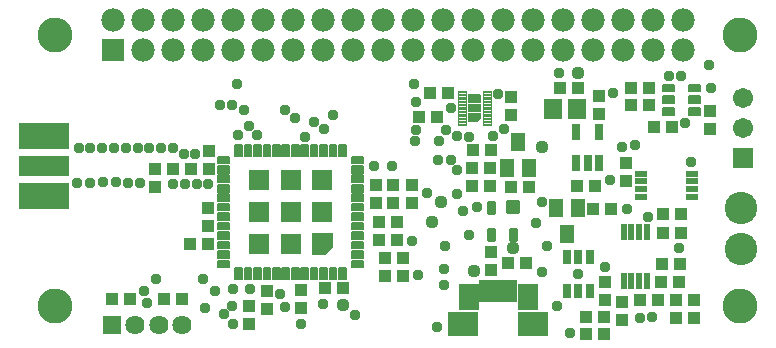
<source format=gbr>
G04 EAGLE Gerber X2 export*
%TF.Part,Single*%
%TF.FileFunction,Soldermask,Top,1*%
%TF.FilePolarity,Negative*%
%TF.GenerationSoftware,Autodesk,EAGLE,8.7.0*%
%TF.CreationDate,2018-05-30T02:05:41Z*%
G75*
%MOMM*%
%FSLAX34Y34*%
%LPD*%
%AMOC8*
5,1,8,0,0,1.08239X$1,22.5*%
G01*
%ADD10C,0.140637*%
%ADD11R,1.800000X1.800000*%
%ADD12R,1.003200X1.003200*%
%ADD13R,1.981200X1.981200*%
%ADD14C,1.981200*%
%ADD15C,2.953200*%
%ADD16R,4.267200X2.235200*%
%ADD17R,4.267200X1.727200*%
%ADD18R,1.503200X1.703200*%
%ADD19R,0.753200X1.403200*%
%ADD20R,1.625600X1.625600*%
%ADD21C,1.625600*%
%ADD22R,0.653200X1.903200*%
%ADD23R,1.678200X2.303200*%
%ADD24R,2.578200X2.103200*%
%ADD25R,1.203200X1.603200*%
%ADD26R,0.753200X1.303200*%
%ADD27R,0.603200X1.403200*%
%ADD28C,2.743200*%
%ADD29R,1.102200X0.623200*%
%ADD30C,0.225959*%
%ADD31C,0.360959*%
%ADD32C,0.120638*%
%ADD33R,1.711200X1.711200*%
%ADD34C,1.711200*%
%ADD35C,0.959600*%
%ADD36C,1.109600*%

G36*
X264342Y78773D02*
X264342Y78773D01*
X264384Y78771D01*
X264451Y78793D01*
X264521Y78805D01*
X264557Y78827D01*
X264598Y78840D01*
X264671Y78894D01*
X264714Y78920D01*
X264727Y78936D01*
X264748Y78952D01*
X270248Y84452D01*
X270273Y84486D01*
X270304Y84515D01*
X270336Y84578D01*
X270377Y84636D01*
X270387Y84677D01*
X270407Y84715D01*
X270420Y84804D01*
X270433Y84853D01*
X270430Y84874D01*
X270434Y84900D01*
X270434Y96400D01*
X270423Y96465D01*
X270421Y96531D01*
X270403Y96574D01*
X270395Y96621D01*
X270361Y96678D01*
X270336Y96738D01*
X270305Y96773D01*
X270280Y96814D01*
X270229Y96856D01*
X270185Y96904D01*
X270143Y96926D01*
X270106Y96955D01*
X270044Y96976D01*
X269985Y97007D01*
X269931Y97015D01*
X269894Y97027D01*
X269854Y97026D01*
X269800Y97034D01*
X252800Y97034D01*
X252735Y97023D01*
X252669Y97021D01*
X252626Y97003D01*
X252579Y96995D01*
X252522Y96961D01*
X252462Y96936D01*
X252427Y96905D01*
X252386Y96880D01*
X252345Y96829D01*
X252296Y96785D01*
X252274Y96743D01*
X252245Y96706D01*
X252224Y96644D01*
X252193Y96585D01*
X252185Y96531D01*
X252173Y96494D01*
X252174Y96454D01*
X252166Y96400D01*
X252166Y79400D01*
X252177Y79335D01*
X252179Y79269D01*
X252197Y79226D01*
X252205Y79179D01*
X252239Y79122D01*
X252264Y79062D01*
X252295Y79027D01*
X252320Y78986D01*
X252371Y78945D01*
X252415Y78896D01*
X252457Y78874D01*
X252494Y78845D01*
X252556Y78824D01*
X252615Y78793D01*
X252669Y78785D01*
X252706Y78773D01*
X252746Y78774D01*
X252800Y78766D01*
X264300Y78766D01*
X264342Y78773D01*
G37*
G36*
X394808Y207402D02*
X394808Y207402D01*
X394817Y207401D01*
X394905Y207422D01*
X394995Y207440D01*
X395002Y207445D01*
X395010Y207447D01*
X395083Y207501D01*
X395159Y207553D01*
X395163Y207560D01*
X395170Y207565D01*
X395217Y207643D01*
X395266Y207720D01*
X395267Y207729D01*
X395272Y207736D01*
X395299Y207900D01*
X395299Y213900D01*
X395298Y213904D01*
X395299Y213908D01*
X395298Y213911D01*
X395299Y213917D01*
X395278Y214005D01*
X395260Y214095D01*
X395255Y214102D01*
X395253Y214110D01*
X395199Y214183D01*
X395147Y214259D01*
X395140Y214263D01*
X395135Y214270D01*
X395057Y214317D01*
X394980Y214366D01*
X394971Y214367D01*
X394964Y214372D01*
X394800Y214399D01*
X384800Y214399D01*
X384792Y214398D01*
X384783Y214399D01*
X384695Y214378D01*
X384605Y214360D01*
X384598Y214355D01*
X384590Y214353D01*
X384517Y214299D01*
X384441Y214247D01*
X384437Y214240D01*
X384430Y214235D01*
X384383Y214157D01*
X384334Y214080D01*
X384333Y214071D01*
X384328Y214064D01*
X384301Y213900D01*
X384301Y207900D01*
X384302Y207892D01*
X384301Y207883D01*
X384322Y207795D01*
X384340Y207705D01*
X384345Y207698D01*
X384347Y207690D01*
X384401Y207617D01*
X384453Y207541D01*
X384460Y207537D01*
X384465Y207530D01*
X384543Y207483D01*
X384620Y207434D01*
X384629Y207433D01*
X384636Y207428D01*
X384800Y207401D01*
X394800Y207401D01*
X394808Y207402D01*
G37*
G36*
X394808Y199402D02*
X394808Y199402D01*
X394817Y199401D01*
X394905Y199422D01*
X394995Y199440D01*
X395002Y199445D01*
X395010Y199447D01*
X395083Y199501D01*
X395159Y199553D01*
X395163Y199560D01*
X395170Y199565D01*
X395217Y199643D01*
X395266Y199720D01*
X395267Y199729D01*
X395272Y199736D01*
X395299Y199900D01*
X395299Y205900D01*
X395298Y205904D01*
X395299Y205908D01*
X395298Y205911D01*
X395299Y205917D01*
X395278Y206005D01*
X395260Y206095D01*
X395255Y206102D01*
X395253Y206110D01*
X395199Y206183D01*
X395147Y206259D01*
X395140Y206263D01*
X395135Y206270D01*
X395057Y206317D01*
X394980Y206366D01*
X394971Y206367D01*
X394964Y206372D01*
X394800Y206399D01*
X384800Y206399D01*
X384792Y206398D01*
X384783Y206399D01*
X384695Y206378D01*
X384605Y206360D01*
X384598Y206355D01*
X384590Y206353D01*
X384517Y206299D01*
X384441Y206247D01*
X384437Y206240D01*
X384430Y206235D01*
X384383Y206157D01*
X384334Y206080D01*
X384333Y206071D01*
X384328Y206064D01*
X384301Y205900D01*
X384301Y199900D01*
X384302Y199892D01*
X384301Y199883D01*
X384322Y199795D01*
X384340Y199705D01*
X384345Y199698D01*
X384347Y199690D01*
X384401Y199617D01*
X384453Y199541D01*
X384460Y199537D01*
X384465Y199530D01*
X384543Y199483D01*
X384620Y199434D01*
X384629Y199433D01*
X384636Y199428D01*
X384800Y199401D01*
X394800Y199401D01*
X394808Y199402D01*
G37*
G36*
X392812Y191403D02*
X392812Y191403D01*
X392825Y191401D01*
X392909Y191423D01*
X392995Y191440D01*
X393005Y191448D01*
X393017Y191451D01*
X393153Y191547D01*
X395153Y193547D01*
X395154Y193549D01*
X395156Y193550D01*
X395161Y193558D01*
X395170Y193565D01*
X395215Y193640D01*
X395263Y193713D01*
X395265Y193725D01*
X395272Y193736D01*
X395299Y193900D01*
X395299Y197900D01*
X395298Y197904D01*
X395299Y197908D01*
X395298Y197911D01*
X395299Y197917D01*
X395278Y198005D01*
X395260Y198095D01*
X395255Y198102D01*
X395253Y198110D01*
X395199Y198183D01*
X395147Y198259D01*
X395140Y198263D01*
X395135Y198270D01*
X395057Y198317D01*
X394980Y198366D01*
X394971Y198367D01*
X394964Y198372D01*
X394800Y198399D01*
X384800Y198399D01*
X384792Y198398D01*
X384783Y198399D01*
X384695Y198378D01*
X384605Y198360D01*
X384598Y198355D01*
X384590Y198353D01*
X384517Y198299D01*
X384441Y198247D01*
X384437Y198240D01*
X384430Y198235D01*
X384383Y198157D01*
X384334Y198080D01*
X384333Y198071D01*
X384328Y198064D01*
X384301Y197900D01*
X384301Y191900D01*
X384302Y191892D01*
X384301Y191883D01*
X384322Y191795D01*
X384340Y191705D01*
X384345Y191698D01*
X384347Y191690D01*
X384401Y191617D01*
X384453Y191541D01*
X384460Y191537D01*
X384465Y191530D01*
X384543Y191483D01*
X384620Y191434D01*
X384629Y191433D01*
X384636Y191428D01*
X384800Y191401D01*
X392800Y191401D01*
X392812Y191403D01*
G37*
D10*
X285987Y113713D02*
X295613Y113713D01*
X295613Y108087D01*
X285987Y108087D01*
X285987Y113713D01*
X285987Y109492D02*
X295613Y109492D01*
X295613Y110897D02*
X285987Y110897D01*
X285987Y112302D02*
X295613Y112302D01*
X295613Y113707D02*
X285987Y113707D01*
X285987Y105713D02*
X295613Y105713D01*
X295613Y100087D01*
X285987Y100087D01*
X285987Y105713D01*
X285987Y101492D02*
X295613Y101492D01*
X295613Y102897D02*
X285987Y102897D01*
X285987Y104302D02*
X295613Y104302D01*
X295613Y105707D02*
X285987Y105707D01*
X285987Y97713D02*
X295613Y97713D01*
X295613Y92087D01*
X285987Y92087D01*
X285987Y97713D01*
X285987Y93492D02*
X295613Y93492D01*
X295613Y94897D02*
X285987Y94897D01*
X285987Y96302D02*
X295613Y96302D01*
X295613Y97707D02*
X285987Y97707D01*
X285987Y89713D02*
X295613Y89713D01*
X295613Y84087D01*
X285987Y84087D01*
X285987Y89713D01*
X285987Y85492D02*
X295613Y85492D01*
X295613Y86897D02*
X285987Y86897D01*
X285987Y88302D02*
X295613Y88302D01*
X295613Y89707D02*
X285987Y89707D01*
X285987Y81713D02*
X295613Y81713D01*
X295613Y76087D01*
X285987Y76087D01*
X285987Y81713D01*
X285987Y77492D02*
X295613Y77492D01*
X295613Y78897D02*
X285987Y78897D01*
X285987Y80302D02*
X295613Y80302D01*
X295613Y81707D02*
X285987Y81707D01*
X285987Y73713D02*
X295613Y73713D01*
X295613Y68087D01*
X285987Y68087D01*
X285987Y73713D01*
X285987Y69492D02*
X295613Y69492D01*
X295613Y70897D02*
X285987Y70897D01*
X285987Y72302D02*
X295613Y72302D01*
X295613Y73707D02*
X285987Y73707D01*
X285987Y121713D02*
X295613Y121713D01*
X295613Y116087D01*
X285987Y116087D01*
X285987Y121713D01*
X285987Y117492D02*
X295613Y117492D01*
X295613Y118897D02*
X285987Y118897D01*
X285987Y120302D02*
X295613Y120302D01*
X295613Y121707D02*
X285987Y121707D01*
X285987Y129713D02*
X295613Y129713D01*
X295613Y124087D01*
X285987Y124087D01*
X285987Y129713D01*
X285987Y125492D02*
X295613Y125492D01*
X295613Y126897D02*
X285987Y126897D01*
X285987Y128302D02*
X295613Y128302D01*
X295613Y129707D02*
X285987Y129707D01*
X285987Y137713D02*
X295613Y137713D01*
X295613Y132087D01*
X285987Y132087D01*
X285987Y137713D01*
X285987Y133492D02*
X295613Y133492D01*
X295613Y134897D02*
X285987Y134897D01*
X285987Y136302D02*
X295613Y136302D01*
X295613Y137707D02*
X285987Y137707D01*
X285987Y145713D02*
X295613Y145713D01*
X295613Y140087D01*
X285987Y140087D01*
X285987Y145713D01*
X285987Y141492D02*
X295613Y141492D01*
X295613Y142897D02*
X285987Y142897D01*
X285987Y144302D02*
X295613Y144302D01*
X295613Y145707D02*
X285987Y145707D01*
X285987Y153713D02*
X295613Y153713D01*
X295613Y148087D01*
X285987Y148087D01*
X285987Y153713D01*
X285987Y149492D02*
X295613Y149492D01*
X295613Y150897D02*
X285987Y150897D01*
X285987Y152302D02*
X295613Y152302D01*
X295613Y153707D02*
X285987Y153707D01*
X285987Y161713D02*
X295613Y161713D01*
X295613Y156087D01*
X285987Y156087D01*
X285987Y161713D01*
X285987Y157492D02*
X295613Y157492D01*
X295613Y158897D02*
X285987Y158897D01*
X285987Y160302D02*
X295613Y160302D01*
X295613Y161707D02*
X285987Y161707D01*
X235487Y162087D02*
X235487Y171713D01*
X241113Y171713D01*
X241113Y162087D01*
X235487Y162087D01*
X235487Y163492D02*
X241113Y163492D01*
X241113Y164897D02*
X235487Y164897D01*
X235487Y166302D02*
X241113Y166302D01*
X241113Y167707D02*
X235487Y167707D01*
X235487Y169112D02*
X241113Y169112D01*
X241113Y170517D02*
X235487Y170517D01*
X243487Y171713D02*
X243487Y162087D01*
X243487Y171713D02*
X249113Y171713D01*
X249113Y162087D01*
X243487Y162087D01*
X243487Y163492D02*
X249113Y163492D01*
X249113Y164897D02*
X243487Y164897D01*
X243487Y166302D02*
X249113Y166302D01*
X249113Y167707D02*
X243487Y167707D01*
X243487Y169112D02*
X249113Y169112D01*
X249113Y170517D02*
X243487Y170517D01*
X275487Y171713D02*
X275487Y162087D01*
X275487Y171713D02*
X281113Y171713D01*
X281113Y162087D01*
X275487Y162087D01*
X275487Y163492D02*
X281113Y163492D01*
X281113Y164897D02*
X275487Y164897D01*
X275487Y166302D02*
X281113Y166302D01*
X281113Y167707D02*
X275487Y167707D01*
X275487Y169112D02*
X281113Y169112D01*
X281113Y170517D02*
X275487Y170517D01*
X267487Y171713D02*
X267487Y162087D01*
X267487Y171713D02*
X273113Y171713D01*
X273113Y162087D01*
X267487Y162087D01*
X267487Y163492D02*
X273113Y163492D01*
X273113Y164897D02*
X267487Y164897D01*
X267487Y166302D02*
X273113Y166302D01*
X273113Y167707D02*
X267487Y167707D01*
X267487Y169112D02*
X273113Y169112D01*
X273113Y170517D02*
X267487Y170517D01*
X259487Y171713D02*
X259487Y162087D01*
X259487Y171713D02*
X265113Y171713D01*
X265113Y162087D01*
X259487Y162087D01*
X259487Y163492D02*
X265113Y163492D01*
X265113Y164897D02*
X259487Y164897D01*
X259487Y166302D02*
X265113Y166302D01*
X265113Y167707D02*
X259487Y167707D01*
X259487Y169112D02*
X265113Y169112D01*
X265113Y170517D02*
X259487Y170517D01*
X251487Y171713D02*
X251487Y162087D01*
X251487Y171713D02*
X257113Y171713D01*
X257113Y162087D01*
X251487Y162087D01*
X251487Y163492D02*
X257113Y163492D01*
X257113Y164897D02*
X251487Y164897D01*
X251487Y166302D02*
X257113Y166302D01*
X257113Y167707D02*
X251487Y167707D01*
X251487Y169112D02*
X257113Y169112D01*
X257113Y170517D02*
X251487Y170517D01*
X227487Y171713D02*
X227487Y162087D01*
X227487Y171713D02*
X233113Y171713D01*
X233113Y162087D01*
X227487Y162087D01*
X227487Y163492D02*
X233113Y163492D01*
X233113Y164897D02*
X227487Y164897D01*
X227487Y166302D02*
X233113Y166302D01*
X233113Y167707D02*
X227487Y167707D01*
X227487Y169112D02*
X233113Y169112D01*
X233113Y170517D02*
X227487Y170517D01*
X219487Y171713D02*
X219487Y162087D01*
X219487Y171713D02*
X225113Y171713D01*
X225113Y162087D01*
X219487Y162087D01*
X219487Y163492D02*
X225113Y163492D01*
X225113Y164897D02*
X219487Y164897D01*
X219487Y166302D02*
X225113Y166302D01*
X225113Y167707D02*
X219487Y167707D01*
X219487Y169112D02*
X225113Y169112D01*
X225113Y170517D02*
X219487Y170517D01*
X211487Y171713D02*
X211487Y162087D01*
X211487Y171713D02*
X217113Y171713D01*
X217113Y162087D01*
X211487Y162087D01*
X211487Y163492D02*
X217113Y163492D01*
X217113Y164897D02*
X211487Y164897D01*
X211487Y166302D02*
X217113Y166302D01*
X217113Y167707D02*
X211487Y167707D01*
X211487Y169112D02*
X217113Y169112D01*
X217113Y170517D02*
X211487Y170517D01*
X203487Y171713D02*
X203487Y162087D01*
X203487Y171713D02*
X209113Y171713D01*
X209113Y162087D01*
X203487Y162087D01*
X203487Y163492D02*
X209113Y163492D01*
X209113Y164897D02*
X203487Y164897D01*
X203487Y166302D02*
X209113Y166302D01*
X209113Y167707D02*
X203487Y167707D01*
X203487Y169112D02*
X209113Y169112D01*
X209113Y170517D02*
X203487Y170517D01*
X195487Y171713D02*
X195487Y162087D01*
X195487Y171713D02*
X201113Y171713D01*
X201113Y162087D01*
X195487Y162087D01*
X195487Y163492D02*
X201113Y163492D01*
X201113Y164897D02*
X195487Y164897D01*
X195487Y166302D02*
X201113Y166302D01*
X201113Y167707D02*
X195487Y167707D01*
X195487Y169112D02*
X201113Y169112D01*
X201113Y170517D02*
X195487Y170517D01*
X187487Y171713D02*
X187487Y162087D01*
X187487Y171713D02*
X193113Y171713D01*
X193113Y162087D01*
X187487Y162087D01*
X187487Y163492D02*
X193113Y163492D01*
X193113Y164897D02*
X187487Y164897D01*
X187487Y166302D02*
X193113Y166302D01*
X193113Y167707D02*
X187487Y167707D01*
X187487Y169112D02*
X193113Y169112D01*
X193113Y170517D02*
X187487Y170517D01*
X182613Y161713D02*
X172987Y161713D01*
X182613Y161713D02*
X182613Y156087D01*
X172987Y156087D01*
X172987Y161713D01*
X172987Y157492D02*
X182613Y157492D01*
X182613Y158897D02*
X172987Y158897D01*
X172987Y160302D02*
X182613Y160302D01*
X182613Y161707D02*
X172987Y161707D01*
X172987Y153713D02*
X182613Y153713D01*
X182613Y148087D01*
X172987Y148087D01*
X172987Y153713D01*
X172987Y149492D02*
X182613Y149492D01*
X182613Y150897D02*
X172987Y150897D01*
X172987Y152302D02*
X182613Y152302D01*
X182613Y153707D02*
X172987Y153707D01*
X172987Y145713D02*
X182613Y145713D01*
X182613Y140087D01*
X172987Y140087D01*
X172987Y145713D01*
X172987Y141492D02*
X182613Y141492D01*
X182613Y142897D02*
X172987Y142897D01*
X172987Y144302D02*
X182613Y144302D01*
X182613Y145707D02*
X172987Y145707D01*
X172987Y137713D02*
X182613Y137713D01*
X182613Y132087D01*
X172987Y132087D01*
X172987Y137713D01*
X172987Y133492D02*
X182613Y133492D01*
X182613Y134897D02*
X172987Y134897D01*
X172987Y136302D02*
X182613Y136302D01*
X182613Y137707D02*
X172987Y137707D01*
X172987Y129713D02*
X182613Y129713D01*
X182613Y124087D01*
X172987Y124087D01*
X172987Y129713D01*
X172987Y125492D02*
X182613Y125492D01*
X182613Y126897D02*
X172987Y126897D01*
X172987Y128302D02*
X182613Y128302D01*
X182613Y129707D02*
X172987Y129707D01*
X172987Y121713D02*
X182613Y121713D01*
X182613Y116087D01*
X172987Y116087D01*
X172987Y121713D01*
X172987Y117492D02*
X182613Y117492D01*
X182613Y118897D02*
X172987Y118897D01*
X172987Y120302D02*
X182613Y120302D01*
X182613Y121707D02*
X172987Y121707D01*
X172987Y113713D02*
X182613Y113713D01*
X182613Y108087D01*
X172987Y108087D01*
X172987Y113713D01*
X172987Y109492D02*
X182613Y109492D01*
X182613Y110897D02*
X172987Y110897D01*
X172987Y112302D02*
X182613Y112302D01*
X182613Y113707D02*
X172987Y113707D01*
X172987Y105713D02*
X182613Y105713D01*
X182613Y100087D01*
X172987Y100087D01*
X172987Y105713D01*
X172987Y101492D02*
X182613Y101492D01*
X182613Y102897D02*
X172987Y102897D01*
X172987Y104302D02*
X182613Y104302D01*
X182613Y105707D02*
X172987Y105707D01*
X172987Y97713D02*
X182613Y97713D01*
X182613Y92087D01*
X172987Y92087D01*
X172987Y97713D01*
X172987Y93492D02*
X182613Y93492D01*
X182613Y94897D02*
X172987Y94897D01*
X172987Y96302D02*
X182613Y96302D01*
X182613Y97707D02*
X172987Y97707D01*
X172987Y89713D02*
X182613Y89713D01*
X182613Y84087D01*
X172987Y84087D01*
X172987Y89713D01*
X172987Y85492D02*
X182613Y85492D01*
X182613Y86897D02*
X172987Y86897D01*
X172987Y88302D02*
X182613Y88302D01*
X182613Y89707D02*
X172987Y89707D01*
X172987Y81713D02*
X182613Y81713D01*
X182613Y76087D01*
X172987Y76087D01*
X172987Y81713D01*
X172987Y77492D02*
X182613Y77492D01*
X182613Y78897D02*
X172987Y78897D01*
X172987Y80302D02*
X182613Y80302D01*
X182613Y81707D02*
X172987Y81707D01*
X172987Y73713D02*
X182613Y73713D01*
X182613Y68087D01*
X172987Y68087D01*
X172987Y73713D01*
X172987Y69492D02*
X182613Y69492D01*
X182613Y70897D02*
X172987Y70897D01*
X172987Y72302D02*
X182613Y72302D01*
X182613Y73707D02*
X172987Y73707D01*
X187487Y67713D02*
X187487Y58087D01*
X187487Y67713D02*
X193113Y67713D01*
X193113Y58087D01*
X187487Y58087D01*
X187487Y59492D02*
X193113Y59492D01*
X193113Y60897D02*
X187487Y60897D01*
X187487Y62302D02*
X193113Y62302D01*
X193113Y63707D02*
X187487Y63707D01*
X187487Y65112D02*
X193113Y65112D01*
X193113Y66517D02*
X187487Y66517D01*
X195487Y67713D02*
X195487Y58087D01*
X195487Y67713D02*
X201113Y67713D01*
X201113Y58087D01*
X195487Y58087D01*
X195487Y59492D02*
X201113Y59492D01*
X201113Y60897D02*
X195487Y60897D01*
X195487Y62302D02*
X201113Y62302D01*
X201113Y63707D02*
X195487Y63707D01*
X195487Y65112D02*
X201113Y65112D01*
X201113Y66517D02*
X195487Y66517D01*
X203487Y67713D02*
X203487Y58087D01*
X203487Y67713D02*
X209113Y67713D01*
X209113Y58087D01*
X203487Y58087D01*
X203487Y59492D02*
X209113Y59492D01*
X209113Y60897D02*
X203487Y60897D01*
X203487Y62302D02*
X209113Y62302D01*
X209113Y63707D02*
X203487Y63707D01*
X203487Y65112D02*
X209113Y65112D01*
X209113Y66517D02*
X203487Y66517D01*
X211487Y67713D02*
X211487Y58087D01*
X211487Y67713D02*
X217113Y67713D01*
X217113Y58087D01*
X211487Y58087D01*
X211487Y59492D02*
X217113Y59492D01*
X217113Y60897D02*
X211487Y60897D01*
X211487Y62302D02*
X217113Y62302D01*
X217113Y63707D02*
X211487Y63707D01*
X211487Y65112D02*
X217113Y65112D01*
X217113Y66517D02*
X211487Y66517D01*
X219487Y67713D02*
X219487Y58087D01*
X219487Y67713D02*
X225113Y67713D01*
X225113Y58087D01*
X219487Y58087D01*
X219487Y59492D02*
X225113Y59492D01*
X225113Y60897D02*
X219487Y60897D01*
X219487Y62302D02*
X225113Y62302D01*
X225113Y63707D02*
X219487Y63707D01*
X219487Y65112D02*
X225113Y65112D01*
X225113Y66517D02*
X219487Y66517D01*
X227487Y67713D02*
X227487Y58087D01*
X227487Y67713D02*
X233113Y67713D01*
X233113Y58087D01*
X227487Y58087D01*
X227487Y59492D02*
X233113Y59492D01*
X233113Y60897D02*
X227487Y60897D01*
X227487Y62302D02*
X233113Y62302D01*
X233113Y63707D02*
X227487Y63707D01*
X227487Y65112D02*
X233113Y65112D01*
X233113Y66517D02*
X227487Y66517D01*
X235487Y67713D02*
X235487Y58087D01*
X235487Y67713D02*
X241113Y67713D01*
X241113Y58087D01*
X235487Y58087D01*
X235487Y59492D02*
X241113Y59492D01*
X241113Y60897D02*
X235487Y60897D01*
X235487Y62302D02*
X241113Y62302D01*
X241113Y63707D02*
X235487Y63707D01*
X235487Y65112D02*
X241113Y65112D01*
X241113Y66517D02*
X235487Y66517D01*
X243487Y67713D02*
X243487Y58087D01*
X243487Y67713D02*
X249113Y67713D01*
X249113Y58087D01*
X243487Y58087D01*
X243487Y59492D02*
X249113Y59492D01*
X249113Y60897D02*
X243487Y60897D01*
X243487Y62302D02*
X249113Y62302D01*
X249113Y63707D02*
X243487Y63707D01*
X243487Y65112D02*
X249113Y65112D01*
X249113Y66517D02*
X243487Y66517D01*
X251487Y67713D02*
X251487Y58087D01*
X251487Y67713D02*
X257113Y67713D01*
X257113Y58087D01*
X251487Y58087D01*
X251487Y59492D02*
X257113Y59492D01*
X257113Y60897D02*
X251487Y60897D01*
X251487Y62302D02*
X257113Y62302D01*
X257113Y63707D02*
X251487Y63707D01*
X251487Y65112D02*
X257113Y65112D01*
X257113Y66517D02*
X251487Y66517D01*
X259487Y67713D02*
X259487Y58087D01*
X259487Y67713D02*
X265113Y67713D01*
X265113Y58087D01*
X259487Y58087D01*
X259487Y59492D02*
X265113Y59492D01*
X265113Y60897D02*
X259487Y60897D01*
X259487Y62302D02*
X265113Y62302D01*
X265113Y63707D02*
X259487Y63707D01*
X259487Y65112D02*
X265113Y65112D01*
X265113Y66517D02*
X259487Y66517D01*
X267487Y67713D02*
X267487Y58087D01*
X267487Y67713D02*
X273113Y67713D01*
X273113Y58087D01*
X267487Y58087D01*
X267487Y59492D02*
X273113Y59492D01*
X273113Y60897D02*
X267487Y60897D01*
X267487Y62302D02*
X273113Y62302D01*
X273113Y63707D02*
X267487Y63707D01*
X267487Y65112D02*
X273113Y65112D01*
X273113Y66517D02*
X267487Y66517D01*
X275487Y67713D02*
X275487Y58087D01*
X275487Y67713D02*
X281113Y67713D01*
X281113Y58087D01*
X275487Y58087D01*
X275487Y59492D02*
X281113Y59492D01*
X281113Y60897D02*
X275487Y60897D01*
X275487Y62302D02*
X281113Y62302D01*
X281113Y63707D02*
X275487Y63707D01*
X275487Y65112D02*
X281113Y65112D01*
X281113Y66517D02*
X275487Y66517D01*
D11*
X234300Y87900D03*
X234300Y114900D03*
X234300Y141900D03*
X207300Y114900D03*
X207300Y141900D03*
X261300Y114900D03*
X261300Y141900D03*
X207300Y87900D03*
D12*
X329300Y75520D03*
X329300Y60280D03*
X314400Y75520D03*
X314400Y60280D03*
X164200Y102780D03*
X164200Y118020D03*
X309300Y106120D03*
X309300Y90880D03*
X324600Y106520D03*
X324600Y91280D03*
X306300Y122480D03*
X306300Y137720D03*
X321400Y122580D03*
X321400Y137820D03*
X336900Y122380D03*
X336900Y137620D03*
X164420Y87400D03*
X149180Y87400D03*
X243500Y33580D03*
X243500Y48820D03*
X134780Y151000D03*
X150020Y151000D03*
X165400Y150880D03*
X165400Y166120D03*
X119700Y150920D03*
X119700Y135680D03*
D13*
X83700Y252300D03*
D14*
X83700Y277700D03*
X109100Y252300D03*
X109100Y277700D03*
X134500Y252300D03*
X134500Y277700D03*
X159900Y252300D03*
X159900Y277700D03*
X185300Y252300D03*
X185300Y277700D03*
X210700Y252300D03*
X210700Y277700D03*
X236100Y252300D03*
X236100Y277700D03*
X261500Y252300D03*
X261500Y277700D03*
X286900Y252300D03*
X286900Y277700D03*
X312300Y252300D03*
X312300Y277700D03*
X337700Y252300D03*
X337700Y277700D03*
X363100Y252300D03*
X363100Y277700D03*
X388500Y252300D03*
X388500Y277700D03*
X413900Y252300D03*
X413900Y277700D03*
X439300Y252300D03*
X439300Y277700D03*
X464700Y252300D03*
X464700Y277700D03*
X490100Y252300D03*
X490100Y277700D03*
X515500Y252300D03*
X515500Y277700D03*
X540900Y252300D03*
X540900Y277700D03*
X566300Y252300D03*
X566300Y277700D03*
D15*
X35000Y35000D03*
X35000Y265000D03*
X615000Y35000D03*
X615000Y265000D03*
D16*
X25300Y128700D03*
D17*
X25300Y154100D03*
D16*
X25300Y179500D03*
D12*
X491720Y136400D03*
X476480Y136400D03*
X462180Y219800D03*
X477420Y219800D03*
D18*
X456940Y201700D03*
X477260Y201700D03*
D19*
X476300Y156599D03*
X485800Y156599D03*
X495300Y156599D03*
X495300Y182601D03*
X476300Y182601D03*
D12*
X495500Y213020D03*
X495500Y197780D03*
D20*
X82800Y19400D03*
D21*
X102800Y19400D03*
X122800Y19400D03*
X142800Y19400D03*
D12*
X142420Y40900D03*
X127180Y40900D03*
X98320Y40800D03*
X83080Y40800D03*
D22*
X410000Y48000D03*
X403500Y48000D03*
X416500Y48000D03*
X423000Y48000D03*
X397000Y48000D03*
D23*
X385000Y43000D03*
X435000Y43000D03*
D24*
X380500Y20000D03*
X439500Y20000D03*
D12*
X403800Y65780D03*
X403800Y81020D03*
X433920Y71200D03*
X418680Y71200D03*
D25*
X468500Y95800D03*
X459000Y117800D03*
X478000Y117800D03*
D26*
X468500Y48300D03*
X478000Y48300D03*
X487500Y48300D03*
X487500Y76300D03*
X478000Y76300D03*
X468500Y76300D03*
D12*
X500400Y55120D03*
X500400Y39880D03*
X506020Y117700D03*
X490780Y117700D03*
D27*
X535750Y97500D03*
X529250Y97500D03*
X522750Y97500D03*
X516250Y97500D03*
X516250Y56500D03*
X522750Y56500D03*
X529250Y56500D03*
X535750Y56500D03*
D12*
X547680Y55500D03*
X562920Y55500D03*
X560580Y40200D03*
X575820Y40200D03*
X549180Y70500D03*
X564420Y70500D03*
X576120Y25000D03*
X560880Y25000D03*
X564520Y97400D03*
X549280Y97400D03*
X549380Y112900D03*
X564620Y112900D03*
X515000Y38520D03*
X515000Y23280D03*
X500120Y25600D03*
X484880Y25600D03*
X484880Y11700D03*
X500120Y11700D03*
X530280Y39900D03*
X545520Y39900D03*
D28*
X615900Y83300D03*
X615900Y118300D03*
D12*
X518300Y156120D03*
X518300Y140880D03*
D29*
X574155Y127750D03*
X574155Y134250D03*
X574155Y140750D03*
X574155Y147250D03*
X530845Y147250D03*
X530845Y140750D03*
X530845Y134250D03*
X530845Y127750D03*
D12*
X278320Y50300D03*
X263080Y50300D03*
X198800Y20300D03*
X198800Y35300D03*
X214000Y33080D03*
X214000Y48320D03*
D30*
X401064Y113814D02*
X401064Y123586D01*
X406336Y123586D01*
X406336Y113814D01*
X401064Y113814D01*
X401064Y116073D02*
X406336Y116073D01*
X406336Y118332D02*
X401064Y118332D01*
X401064Y120591D02*
X406336Y120591D01*
X406336Y122850D02*
X401064Y122850D01*
X401064Y100586D02*
X401064Y90814D01*
X401064Y100586D02*
X406336Y100586D01*
X406336Y90814D01*
X401064Y90814D01*
X401064Y93073D02*
X406336Y93073D01*
X406336Y95332D02*
X401064Y95332D01*
X401064Y97591D02*
X406336Y97591D01*
X406336Y99850D02*
X401064Y99850D01*
X420264Y100586D02*
X420264Y90814D01*
X420264Y100586D02*
X425536Y100586D01*
X425536Y90814D01*
X420264Y90814D01*
X420264Y93073D02*
X425536Y93073D01*
X425536Y95332D02*
X420264Y95332D01*
X420264Y97591D02*
X425536Y97591D01*
X425536Y99850D02*
X420264Y99850D01*
D31*
X418689Y114489D02*
X418689Y122911D01*
X427111Y122911D01*
X427111Y114489D01*
X418689Y114489D01*
X418689Y118098D02*
X427111Y118098D01*
X427111Y121707D02*
X418689Y121707D01*
D12*
X420980Y135600D03*
X436220Y135600D03*
X403620Y167000D03*
X388380Y167000D03*
X388080Y136700D03*
X403320Y136700D03*
D25*
X426800Y173900D03*
X436300Y151900D03*
X417300Y151900D03*
D12*
X388080Y151800D03*
X403320Y151800D03*
X557120Y186600D03*
X541880Y186600D03*
X589700Y184680D03*
X589700Y199920D03*
D10*
X558863Y206987D02*
X550037Y206987D01*
X550037Y212613D01*
X558863Y212613D01*
X558863Y206987D01*
X558863Y208392D02*
X550037Y208392D01*
X550037Y209797D02*
X558863Y209797D01*
X558863Y211202D02*
X550037Y211202D01*
X550037Y212607D02*
X558863Y212607D01*
X558863Y216987D02*
X550037Y216987D01*
X550037Y222613D01*
X558863Y222613D01*
X558863Y216987D01*
X558863Y218392D02*
X550037Y218392D01*
X550037Y219797D02*
X558863Y219797D01*
X558863Y221202D02*
X550037Y221202D01*
X550037Y222607D02*
X558863Y222607D01*
X558863Y196987D02*
X550037Y196987D01*
X550037Y202613D01*
X558863Y202613D01*
X558863Y196987D01*
X558863Y198392D02*
X550037Y198392D01*
X550037Y199797D02*
X558863Y199797D01*
X558863Y201202D02*
X550037Y201202D01*
X550037Y202607D02*
X558863Y202607D01*
X571937Y196987D02*
X580763Y196987D01*
X571937Y196987D02*
X571937Y202613D01*
X580763Y202613D01*
X580763Y196987D01*
X580763Y198392D02*
X571937Y198392D01*
X571937Y199797D02*
X580763Y199797D01*
X580763Y201202D02*
X571937Y201202D01*
X571937Y202607D02*
X580763Y202607D01*
X580763Y206987D02*
X571937Y206987D01*
X571937Y212613D01*
X580763Y212613D01*
X580763Y206987D01*
X580763Y208392D02*
X571937Y208392D01*
X571937Y209797D02*
X580763Y209797D01*
X580763Y211202D02*
X571937Y211202D01*
X571937Y212607D02*
X580763Y212607D01*
X580763Y216987D02*
X571937Y216987D01*
X571937Y222613D01*
X580763Y222613D01*
X580763Y216987D01*
X580763Y218392D02*
X571937Y218392D01*
X571937Y219797D02*
X580763Y219797D01*
X580763Y221202D02*
X571937Y221202D01*
X571937Y222607D02*
X580763Y222607D01*
D32*
X382713Y217313D02*
X375887Y217313D01*
X382713Y217313D02*
X382713Y212487D01*
X375887Y212487D01*
X375887Y217313D01*
X375887Y213692D02*
X382713Y213692D01*
X382713Y214897D02*
X375887Y214897D01*
X375887Y216102D02*
X382713Y216102D01*
X382713Y217307D02*
X375887Y217307D01*
X375887Y211313D02*
X382713Y211313D01*
X382713Y206487D01*
X375887Y206487D01*
X375887Y211313D01*
X375887Y207692D02*
X382713Y207692D01*
X382713Y208897D02*
X375887Y208897D01*
X375887Y210102D02*
X382713Y210102D01*
X382713Y211307D02*
X375887Y211307D01*
X375887Y205313D02*
X382713Y205313D01*
X382713Y200487D01*
X375887Y200487D01*
X375887Y205313D01*
X375887Y201692D02*
X382713Y201692D01*
X382713Y202897D02*
X375887Y202897D01*
X375887Y204102D02*
X382713Y204102D01*
X382713Y205307D02*
X375887Y205307D01*
X375887Y199313D02*
X382713Y199313D01*
X382713Y194487D01*
X375887Y194487D01*
X375887Y199313D01*
X375887Y195692D02*
X382713Y195692D01*
X382713Y196897D02*
X375887Y196897D01*
X375887Y198102D02*
X382713Y198102D01*
X382713Y199307D02*
X375887Y199307D01*
X375887Y193313D02*
X382713Y193313D01*
X382713Y188487D01*
X375887Y188487D01*
X375887Y193313D01*
X375887Y189692D02*
X382713Y189692D01*
X382713Y190897D02*
X375887Y190897D01*
X375887Y192102D02*
X382713Y192102D01*
X382713Y193307D02*
X375887Y193307D01*
X396887Y193313D02*
X403713Y193313D01*
X403713Y188487D01*
X396887Y188487D01*
X396887Y193313D01*
X396887Y189692D02*
X403713Y189692D01*
X403713Y190897D02*
X396887Y190897D01*
X396887Y192102D02*
X403713Y192102D01*
X403713Y193307D02*
X396887Y193307D01*
X396887Y199313D02*
X403713Y199313D01*
X403713Y194487D01*
X396887Y194487D01*
X396887Y199313D01*
X396887Y195692D02*
X403713Y195692D01*
X403713Y196897D02*
X396887Y196897D01*
X396887Y198102D02*
X403713Y198102D01*
X403713Y199307D02*
X396887Y199307D01*
X396887Y205313D02*
X403713Y205313D01*
X403713Y200487D01*
X396887Y200487D01*
X396887Y205313D01*
X396887Y201692D02*
X403713Y201692D01*
X403713Y202897D02*
X396887Y202897D01*
X396887Y204102D02*
X403713Y204102D01*
X403713Y205307D02*
X396887Y205307D01*
X396887Y211313D02*
X403713Y211313D01*
X403713Y206487D01*
X396887Y206487D01*
X396887Y211313D01*
X396887Y207692D02*
X403713Y207692D01*
X403713Y208897D02*
X396887Y208897D01*
X396887Y210102D02*
X403713Y210102D01*
X403713Y211307D02*
X396887Y211307D01*
X396887Y217313D02*
X403713Y217313D01*
X403713Y212487D01*
X396887Y212487D01*
X396887Y217313D01*
X396887Y213692D02*
X403713Y213692D01*
X403713Y214897D02*
X396887Y214897D01*
X396887Y216102D02*
X403713Y216102D01*
X403713Y217307D02*
X396887Y217307D01*
D10*
X394113Y205713D02*
X385487Y205713D01*
X394113Y205713D02*
X394113Y200087D01*
X385487Y200087D01*
X385487Y205713D01*
X385487Y201492D02*
X394113Y201492D01*
X394113Y202897D02*
X385487Y202897D01*
X385487Y204302D02*
X394113Y204302D01*
X394113Y205707D02*
X385487Y205707D01*
D12*
X367620Y215200D03*
X352380Y215200D03*
X343180Y195600D03*
X358420Y195600D03*
X421200Y196780D03*
X421200Y212020D03*
D33*
X617100Y160700D03*
D34*
X617100Y186100D03*
X617100Y211500D03*
D12*
X537620Y205000D03*
X522380Y205000D03*
X537620Y220000D03*
X522380Y220000D03*
D35*
X337300Y90600D03*
X350000Y131300D03*
X342000Y61100D03*
X568300Y190400D03*
X500200Y68100D03*
X338800Y223400D03*
X189300Y223500D03*
X451400Y86000D03*
X519100Y117400D03*
X441800Y105700D03*
X380100Y115900D03*
X365000Y85900D03*
X261800Y36700D03*
X243400Y20300D03*
X185700Y20100D03*
X160600Y58300D03*
X164800Y138100D03*
X154800Y138100D03*
X144800Y138100D03*
X134800Y138100D03*
X106800Y139100D03*
X96800Y139100D03*
X86800Y140100D03*
X75800Y140100D03*
X64800Y139100D03*
X53800Y139100D03*
X54800Y169100D03*
X64800Y169100D03*
X74800Y169100D03*
X84800Y169100D03*
X94800Y169100D03*
X104800Y169100D03*
X114800Y169100D03*
X124800Y169100D03*
X134800Y169100D03*
X144100Y164200D03*
X153400Y164100D03*
X120600Y58300D03*
X563200Y83900D03*
X540600Y26100D03*
X471000Y12300D03*
X505100Y141800D03*
X447600Y123400D03*
X507400Y215200D03*
X590300Y219900D03*
X461700Y232800D03*
X406000Y179000D03*
X359000Y159000D03*
X589000Y239000D03*
X573700Y157500D03*
X288700Y27500D03*
X358700Y17500D03*
X447200Y63700D03*
X537300Y110300D03*
X195300Y201000D03*
X477900Y62200D03*
X530000Y25000D03*
D36*
X447468Y170000D03*
X477500Y232500D03*
X361300Y123500D03*
X354080Y106520D03*
X278400Y36100D03*
D35*
X170000Y48218D03*
X110000Y48218D03*
X230000Y201282D03*
X237700Y194500D03*
X229559Y34436D03*
X185000Y35000D03*
X225000Y45000D03*
X112600Y37700D03*
X162218Y33218D03*
X177782Y28218D03*
X198800Y187800D03*
X515000Y170000D03*
X190000Y180000D03*
X526200Y171400D03*
X363900Y66700D03*
X385000Y95000D03*
X363900Y53000D03*
X392500Y118700D03*
D36*
X390000Y65000D03*
X422800Y84000D03*
D35*
X200000Y50000D03*
X185000Y205000D03*
X340000Y175000D03*
X360000Y175000D03*
X555000Y230000D03*
X385000Y178218D03*
X565000Y230000D03*
X374845Y178782D03*
X185800Y50000D03*
X340600Y184564D03*
X365503Y184497D03*
X175000Y205000D03*
X205582Y180000D03*
X370000Y159218D03*
X375000Y130000D03*
X460000Y35000D03*
X246800Y178500D03*
X305000Y154000D03*
X320000Y154000D03*
X375000Y150000D03*
X370518Y203009D03*
X340800Y207700D03*
X254287Y190713D03*
X410000Y215000D03*
X270000Y196782D03*
X262300Y185200D03*
X415000Y185000D03*
M02*

</source>
